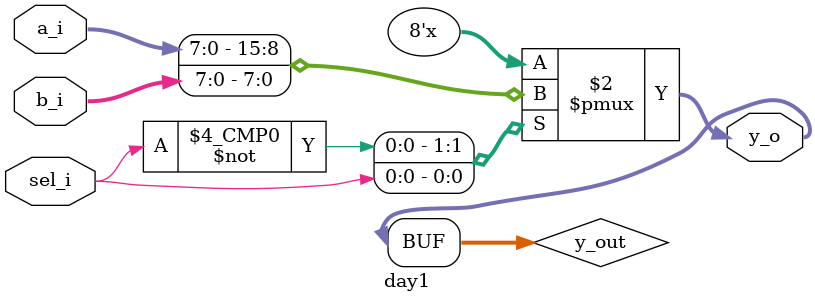
<source format=sv>

module day1 (
  input   wire [7:0]    a_i,
  input   wire [7:0]    b_i,
  input   wire          sel_i,
  output  wire [7:0]    y_o
);
	
  reg [7:0] y_out;
  // Write your logic here...
  always @ (*)
    begin
      case (sel_i)
        1'b0 : y_out = a_i;
        1'b1 : y_out = b_i;
      endcase
    end
  
  assign y_o = y_out;

endmodule

</source>
